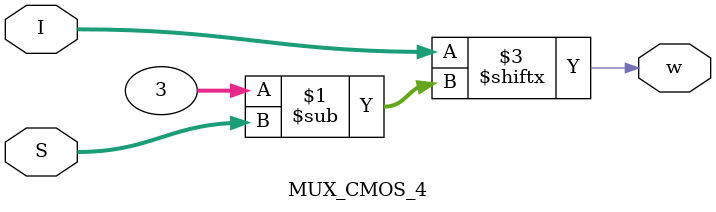
<source format=sv>
`timescale 1ns/1ns

module MUX_using_passtransistor_2(input [0 : 1]I, input S, output w);
    assign #7 w = I[S];
endmodule

module MUX_using_passtransistor_4(input [0 : 3]I, input [1 : 0]S, output w);
    assign #14 w = I[S];
endmodule

module MUX_using_passtransistor_16(input [0 : 15]I, input [3 : 0]S, output w);
    assign #28 w = I[S];
endmodule

module MUX_CMOS_2(input [0 : 1]I, input S, output w);
    assign #(23, 25) w = I[S];
endmodule

module MUX_CMOS_16(input [0 : 15]I, input [3 : 0]S, output w);
    assign #(96, 105) w = I[S];
endmodule

module MUX_CMOS_4(input [0 : 3]I, input [1 : 0]S, output w);
    assign #(37, 38) w = I[S];
endmodule
</source>
